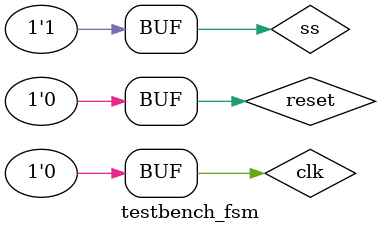
<source format=sv>

module testbench_fsm();
  logic        clk, reset;
  logic        ss;
  logic [31:0] cnt;
  logic go, capture;

  // instantiate device under test
  FSM dut(clk, reset, ss, cnt, go, capture);

  // generate clock
  always 
    begin
      clk = 1; #5; clk = 0; #5;
      cnt = $urandom%5000; #10; 
    end

  // at start of test, load vectors
  // and pulse reset
  initial
    begin
    reset = 1; #10; reset = 0;
    ss = 1; #10;
    
    ss = 0; #10;
    ss = 1; #10;
    end

endmodule

</source>
